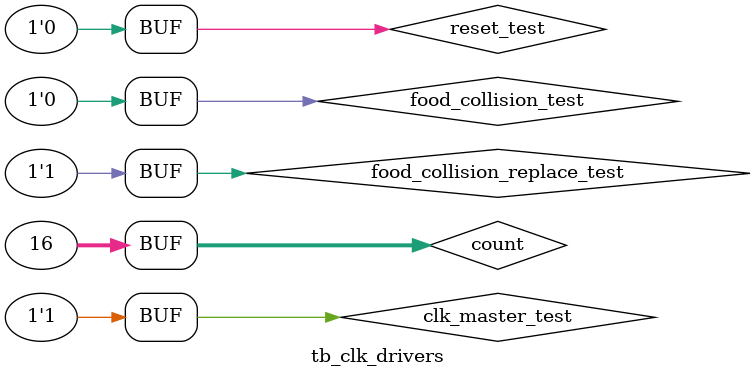
<source format=v>
module tb_clk_drivers();

reg reset_test,food_collision_test,clk_master_test,food_collision_replace_test;

wire clk_load_move_test,clk_load_move_register_test,set_eightbyeight_test,update_counters_test,clk_eightxeight_test,set_collide_test,load_test,snake_increment_test,clk_food_test,display_test;

integer count;

clk_drivers port_map(

.reset(reset_test),
.food_collision(food_collision_test),
.clk_master(clk_master_test),
.clk_load_move(clk_load_move_test),
.clk_load_move_register(clk_load_move_register_test),
.set_eightbyeight(set_eightbyeight_test),
.update_counters(update_counters_test),
.clk_eightxeight(clk_eightxeight_test),
.set_collide(set_collide_test),
.load(load_test),
.snake_increment(snake_increment_test),
.clk_food(clk_food_test),
.display(display_test),
.food_collision_replace(food_collision_replace_test)

);

initial begin
reset_test = 0;
food_collision_test = 0;
clk_master_test = 0;
food_collision_replace_test = 0;
#5;
reset_test = 1;
#5;
reset_test = 0;
end

always begin
for(count = 0; count < 16; count = count + 1) begin
clk_master_test = 0;
#5;
clk_master_test = 1;
#5;
end

food_collision_test = 1;
food_collision_replace_test = 0;
for(count = 0; count < 16; count = count + 1) begin
clk_master_test = 0;
#5;
clk_master_test = 1;
#5;
end

food_collision_test = 1;
food_collision_replace_test = 1;
for(count = 0; count < 16; count = count + 1) begin
clk_master_test = 0;
#5;
clk_master_test = 1;
#5;
end



food_collision_test = 0;
food_collision_replace_test = 1;
for(count = 0; count < 16; count = count + 1) begin
clk_master_test = 0;
#5;
clk_master_test = 1;
#5;
end
end


endmodule
</source>
